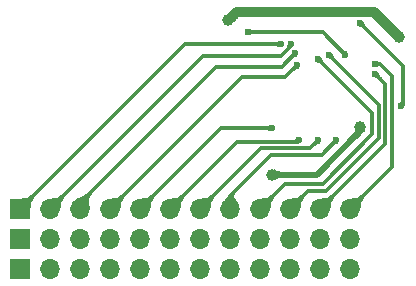
<source format=gbr>
%TF.GenerationSoftware,KiCad,Pcbnew,(6.0.5)*%
%TF.CreationDate,2023-02-03T09:53:40+08:00*%
%TF.ProjectId,Mini_Receiver,4d696e69-5f52-4656-9365-697665722e6b,rev?*%
%TF.SameCoordinates,Original*%
%TF.FileFunction,Copper,L2,Bot*%
%TF.FilePolarity,Positive*%
%FSLAX46Y46*%
G04 Gerber Fmt 4.6, Leading zero omitted, Abs format (unit mm)*
G04 Created by KiCad (PCBNEW (6.0.5)) date 2023-02-03 09:53:40*
%MOMM*%
%LPD*%
G01*
G04 APERTURE LIST*
%TA.AperFunction,ComponentPad*%
%ADD10R,1.700000X1.700000*%
%TD*%
%TA.AperFunction,ComponentPad*%
%ADD11O,1.700000X1.700000*%
%TD*%
%TA.AperFunction,ViaPad*%
%ADD12C,1.000000*%
%TD*%
%TA.AperFunction,ViaPad*%
%ADD13C,0.600000*%
%TD*%
%TA.AperFunction,Conductor*%
%ADD14C,0.500000*%
%TD*%
%TA.AperFunction,Conductor*%
%ADD15C,0.300000*%
%TD*%
%TA.AperFunction,Conductor*%
%ADD16C,0.850000*%
%TD*%
G04 APERTURE END LIST*
D10*
%TO.P,J3,1,Pin_1*%
%TO.N,GND*%
X95250000Y-119380000D03*
D11*
%TO.P,J3,2,Pin_2*%
X97790000Y-119380000D03*
%TO.P,J3,3,Pin_3*%
X100330000Y-119380000D03*
%TO.P,J3,4,Pin_4*%
X102870000Y-119380000D03*
%TO.P,J3,5,Pin_5*%
X105410000Y-119380000D03*
%TO.P,J3,6,Pin_6*%
X107950000Y-119380000D03*
%TO.P,J3,7,Pin_7*%
X110490000Y-119380000D03*
%TO.P,J3,8,Pin_8*%
X113030000Y-119380000D03*
%TO.P,J3,9,Pin_9*%
X115570000Y-119380000D03*
%TO.P,J3,10,Pin_10*%
X118110000Y-119380000D03*
%TO.P,J3,11,Pin_11*%
X120650000Y-119380000D03*
%TO.P,J3,12,Pin_12*%
X123190000Y-119380000D03*
%TD*%
D10*
%TO.P,J2,1,Pin_1*%
%TO.N,VCC*%
X95250000Y-116840000D03*
D11*
%TO.P,J2,2,Pin_2*%
X97790000Y-116840000D03*
%TO.P,J2,3,Pin_3*%
X100330000Y-116840000D03*
%TO.P,J2,4,Pin_4*%
X102870000Y-116840000D03*
%TO.P,J2,5,Pin_5*%
X105410000Y-116840000D03*
%TO.P,J2,6,Pin_6*%
X107950000Y-116840000D03*
%TO.P,J2,7,Pin_7*%
X110490000Y-116840000D03*
%TO.P,J2,8,Pin_8*%
X113030000Y-116840000D03*
%TO.P,J2,9,Pin_9*%
X115570000Y-116840000D03*
%TO.P,J2,10,Pin_10*%
X118110000Y-116840000D03*
%TO.P,J2,11,Pin_11*%
X120650000Y-116840000D03*
%TO.P,J2,12,Pin_12*%
X123190000Y-116840000D03*
%TD*%
D10*
%TO.P,J1,1,Pin_1*%
%TO.N,/PWM8*%
X95250000Y-114300000D03*
D11*
%TO.P,J1,2,Pin_2*%
%TO.N,/PWM7*%
X97790000Y-114300000D03*
%TO.P,J1,3,Pin_3*%
%TO.N,/PWM6*%
X100330000Y-114300000D03*
%TO.P,J1,4,Pin_4*%
%TO.N,/PWM5*%
X102870000Y-114300000D03*
%TO.P,J1,5,Pin_5*%
%TO.N,/PWM1*%
X105410000Y-114300000D03*
%TO.P,J1,6,Pin_6*%
%TO.N,/PWM2*%
X107950000Y-114300000D03*
%TO.P,J1,7,Pin_7*%
%TO.N,/PWM3*%
X110490000Y-114300000D03*
%TO.P,J1,8,Pin_8*%
%TO.N,/PWM4*%
X113030000Y-114300000D03*
%TO.P,J1,9,Pin_9*%
%TO.N,/CH10*%
X115570000Y-114300000D03*
%TO.P,J1,10,Pin_10*%
%TO.N,/CH11*%
X118110000Y-114300000D03*
%TO.P,J1,11,Pin_11*%
%TO.N,/RXD*%
X120650000Y-114300000D03*
%TO.P,J1,12,Pin_12*%
%TO.N,/TXD*%
X123190000Y-114300000D03*
%TD*%
D12*
%TO.N,GND*%
X127381000Y-99695000D03*
X112903000Y-98298000D03*
D13*
%TO.N,+3V3*%
X127508000Y-105537000D03*
X124079000Y-98552000D03*
%TO.N,/IRQ*%
X114554000Y-99314000D03*
X122809000Y-101219000D03*
%TO.N,/CH11*%
X121412000Y-101219000D03*
%TO.N,/CH10*%
X120523000Y-101600000D03*
%TO.N,/PWM4*%
X122047000Y-108458000D03*
%TO.N,/PWM3*%
X120523000Y-108458000D03*
%TO.N,/PWM2*%
X118872000Y-108458000D03*
%TO.N,/PWM1*%
X116586000Y-107442000D03*
%TO.N,/PWM5*%
X118745000Y-102108000D03*
%TO.N,/PWM6*%
X118569297Y-101093822D03*
%TO.N,/PWM7*%
X118197503Y-100330000D03*
%TO.N,/PWM8*%
X117348000Y-100330000D03*
%TO.N,/TXD*%
X125349000Y-102001997D03*
%TO.N,/RXD*%
X125349000Y-102851500D03*
D12*
%TO.N,+3V3*%
X124079000Y-107315000D03*
X116586000Y-111379000D03*
%TD*%
D14*
%TO.N,+3V3*%
X124079000Y-107696000D02*
X120396000Y-111379000D01*
X120396000Y-111379000D02*
X116586000Y-111379000D01*
X124079000Y-107315000D02*
X124079000Y-107696000D01*
D15*
%TO.N,/PWM4*%
X113030000Y-113157000D02*
X113030000Y-114300000D01*
X118331643Y-109684040D02*
X116502960Y-109684040D01*
X120797969Y-109707031D02*
X118354634Y-109707031D01*
X118354634Y-109707031D02*
X118331643Y-109684040D01*
X116502960Y-109684040D02*
X113030000Y-113157000D01*
X122047000Y-108458000D02*
X120797969Y-109707031D01*
%TO.N,/PWM3*%
X115655480Y-109134520D02*
X110490000Y-114300000D01*
X118559261Y-109134520D02*
X115655480Y-109134520D01*
X118582252Y-109157511D02*
X118559261Y-109134520D01*
X120523000Y-108458000D02*
X119823489Y-109157511D01*
X119823489Y-109157511D02*
X118582252Y-109157511D01*
%TO.N,/PWM2*%
X113665000Y-108585000D02*
X107950000Y-114300000D01*
X118872000Y-108458000D02*
X118745000Y-108585000D01*
X118745000Y-108585000D02*
X113665000Y-108585000D01*
D16*
%TO.N,GND*%
X113623511Y-97577489D02*
X112903000Y-98298000D01*
X125263489Y-97577489D02*
X113623511Y-97577489D01*
X127381000Y-99695000D02*
X125263489Y-97577489D01*
D15*
%TO.N,+3V3*%
X127699500Y-102172500D02*
X124079000Y-98552000D01*
X127699500Y-105345500D02*
X127699500Y-102172500D01*
X127508000Y-105537000D02*
X127699500Y-105345500D01*
%TO.N,/TXD*%
X126743560Y-102994560D02*
X126743560Y-110746440D01*
X126743560Y-110746440D02*
X123190000Y-114300000D01*
X125349000Y-102001997D02*
X125750997Y-102001997D01*
X125750997Y-102001997D02*
X126743560Y-102994560D01*
%TO.N,/RXD*%
X126194040Y-108755960D02*
X120650000Y-114300000D01*
X126194040Y-103696540D02*
X126194040Y-108755960D01*
X125349000Y-102851500D02*
X126194040Y-103696540D01*
%TO.N,/CH11*%
X121412000Y-101219000D02*
X125644520Y-105451520D01*
X125644520Y-105451520D02*
X125644520Y-108289480D01*
X125644520Y-108289480D02*
X121158000Y-112776000D01*
X121158000Y-112776000D02*
X119634000Y-112776000D01*
X119634000Y-112776000D02*
X118110000Y-114300000D01*
%TO.N,/CH10*%
X120904000Y-112141000D02*
X117729000Y-112141000D01*
X125095000Y-106172000D02*
X125095000Y-107950000D01*
X125095000Y-107950000D02*
X120904000Y-112141000D01*
X120523000Y-101600000D02*
X125095000Y-106172000D01*
X117729000Y-112141000D02*
X115570000Y-114300000D01*
%TO.N,/IRQ*%
X114554000Y-99314000D02*
X120904000Y-99314000D01*
X120904000Y-99314000D02*
X122809000Y-101219000D01*
%TO.N,/PWM1*%
X112268000Y-107442000D02*
X105410000Y-114300000D01*
X116586000Y-107442000D02*
X112268000Y-107442000D01*
%TO.N,/PWM5*%
X114046000Y-103124000D02*
X102870000Y-114300000D01*
X117729000Y-103124000D02*
X114046000Y-103124000D01*
X118745000Y-102108000D02*
X117729000Y-103124000D01*
%TO.N,/PWM6*%
X100330000Y-113792000D02*
X100330000Y-114300000D01*
X111887000Y-102235000D02*
X100330000Y-113792000D01*
X117428119Y-102235000D02*
X111887000Y-102235000D01*
X118569297Y-101093822D02*
X117428119Y-102235000D01*
%TO.N,/PWM7*%
X110744000Y-101346000D02*
X97790000Y-114300000D01*
X117321259Y-101346000D02*
X110744000Y-101346000D01*
X118197503Y-100469756D02*
X117321259Y-101346000D01*
X118197503Y-100330000D02*
X118197503Y-100469756D01*
%TO.N,/PWM8*%
X109220000Y-100330000D02*
X95250000Y-114300000D01*
X117348000Y-100330000D02*
X109220000Y-100330000D01*
%TD*%
%TA.AperFunction,Conductor*%
%TO.N,+3V3*%
G36*
X124139983Y-107081893D02*
G01*
X124140666Y-107083083D01*
X124374602Y-107552313D01*
X124428816Y-107661057D01*
X124429440Y-107669990D01*
X124426661Y-107674507D01*
X124359517Y-107742357D01*
X124336920Y-107765699D01*
X124296218Y-107807742D01*
X124296194Y-107807767D01*
X124239728Y-107867305D01*
X124187121Y-107923645D01*
X124135481Y-107979347D01*
X124135470Y-107979359D01*
X124081890Y-108036997D01*
X124081846Y-108037045D01*
X124023323Y-108099301D01*
X123956973Y-108168725D01*
X123879870Y-108247914D01*
X123797360Y-108331124D01*
X123789101Y-108334586D01*
X123780779Y-108331159D01*
X123443540Y-107993920D01*
X123440113Y-107985647D01*
X123443274Y-107977649D01*
X123470862Y-107948194D01*
X123491166Y-107926515D01*
X123493450Y-107923645D01*
X123535363Y-107870957D01*
X123535366Y-107870953D01*
X123535552Y-107870719D01*
X123537734Y-107867305D01*
X123569376Y-107817778D01*
X123569378Y-107817774D01*
X123569575Y-107817466D01*
X123594117Y-107765699D01*
X123610060Y-107714358D01*
X123618289Y-107662385D01*
X123619685Y-107608723D01*
X123615131Y-107552313D01*
X123605512Y-107492095D01*
X123605483Y-107491958D01*
X123593370Y-107434843D01*
X123595005Y-107426039D01*
X123598404Y-107422629D01*
X123692037Y-107361301D01*
X124123786Y-107078517D01*
X124132584Y-107076850D01*
X124139983Y-107081893D01*
G37*
%TD.AperFunction*%
%TD*%
%TA.AperFunction,Conductor*%
%TO.N,+3V3*%
G36*
X116811293Y-110932591D02*
G01*
X116884563Y-110968390D01*
X116956207Y-111003197D01*
X117021958Y-111033523D01*
X117084895Y-111059471D01*
X117085071Y-111059531D01*
X117085078Y-111059534D01*
X117147885Y-111081071D01*
X117148101Y-111081145D01*
X117214656Y-111098647D01*
X117214869Y-111098686D01*
X117214877Y-111098688D01*
X117287451Y-111112046D01*
X117287455Y-111112047D01*
X117287642Y-111112081D01*
X117370141Y-111121549D01*
X117407393Y-111123745D01*
X117465123Y-111127148D01*
X117465143Y-111127149D01*
X117465233Y-111127154D01*
X117564496Y-111128808D01*
X117572710Y-111132372D01*
X117576000Y-111140506D01*
X117576000Y-111617494D01*
X117572573Y-111625767D01*
X117564496Y-111629192D01*
X117465233Y-111630845D01*
X117465143Y-111630850D01*
X117465123Y-111630851D01*
X117407393Y-111634254D01*
X117370141Y-111636450D01*
X117287642Y-111645918D01*
X117287455Y-111645952D01*
X117287451Y-111645953D01*
X117214877Y-111659311D01*
X117214869Y-111659313D01*
X117214656Y-111659352D01*
X117148101Y-111676854D01*
X117147887Y-111676927D01*
X117147885Y-111676928D01*
X117085078Y-111698465D01*
X117085071Y-111698468D01*
X117084895Y-111698528D01*
X117021958Y-111724476D01*
X116956207Y-111754802D01*
X116884563Y-111789609D01*
X116811293Y-111825409D01*
X116802357Y-111825962D01*
X116798048Y-111823330D01*
X116613598Y-111645953D01*
X116344769Y-111387433D01*
X116341181Y-111379229D01*
X116344769Y-111370567D01*
X116596169Y-111128808D01*
X116798048Y-110934670D01*
X116806387Y-110931405D01*
X116811293Y-110932591D01*
G37*
%TD.AperFunction*%
%TD*%
%TA.AperFunction,Conductor*%
%TO.N,/PWM4*%
G36*
X113326199Y-112665483D02*
G01*
X113522415Y-112861699D01*
X113525842Y-112869972D01*
X113523176Y-112877406D01*
X113437799Y-112981125D01*
X113389022Y-113086376D01*
X113377223Y-113186968D01*
X113396033Y-113284912D01*
X113439083Y-113382217D01*
X113500003Y-113480893D01*
X113500102Y-113481033D01*
X113500103Y-113481034D01*
X113572415Y-113582937D01*
X113572424Y-113582949D01*
X113649840Y-113690206D01*
X113650089Y-113690564D01*
X113682650Y-113739566D01*
X113726026Y-113804842D01*
X113726520Y-113805655D01*
X113790824Y-113921942D01*
X113791828Y-113930840D01*
X113789018Y-113935714D01*
X113040715Y-114713858D01*
X113032511Y-114717446D01*
X113024172Y-114714181D01*
X113022187Y-114711662D01*
X112564792Y-113930840D01*
X112433442Y-113706611D01*
X112432217Y-113697741D01*
X112435114Y-113692577D01*
X112544062Y-113579574D01*
X112544145Y-113579488D01*
X112582740Y-113536124D01*
X112638217Y-113473791D01*
X112638231Y-113473774D01*
X112638268Y-113473733D01*
X112717035Y-113377825D01*
X112786153Y-113287892D01*
X112788365Y-113284912D01*
X112851304Y-113200097D01*
X112851327Y-113200066D01*
X112861780Y-113186076D01*
X112918219Y-113110539D01*
X112918327Y-113110398D01*
X112992556Y-113015403D01*
X112992797Y-113015105D01*
X113080124Y-112910687D01*
X113080409Y-112910359D01*
X113186591Y-112792576D01*
X113186876Y-112792271D01*
X113309521Y-112665617D01*
X113317738Y-112662058D01*
X113326199Y-112665483D01*
G37*
%TD.AperFunction*%
%TD*%
%TA.AperFunction,Conductor*%
%TO.N,/PWM4*%
G36*
X122149240Y-108355437D02*
G01*
X122152828Y-108364099D01*
X122145612Y-108733202D01*
X122142024Y-108741406D01*
X122137710Y-108744040D01*
X122094933Y-108758711D01*
X122050097Y-108774147D01*
X122009700Y-108788924D01*
X122009686Y-108788930D01*
X122009608Y-108788958D01*
X121972133Y-108804406D01*
X121936338Y-108821756D01*
X121936155Y-108821862D01*
X121936151Y-108821864D01*
X121901087Y-108842156D01*
X121901079Y-108842161D01*
X121900889Y-108842271D01*
X121900714Y-108842391D01*
X121900701Y-108842399D01*
X121878385Y-108857677D01*
X121864452Y-108867215D01*
X121825693Y-108897851D01*
X121783278Y-108935444D01*
X121744144Y-108973265D01*
X121735815Y-108976550D01*
X121727741Y-108973125D01*
X121531875Y-108777259D01*
X121528448Y-108768986D01*
X121531735Y-108760855D01*
X121533807Y-108758711D01*
X121569555Y-108721721D01*
X121607148Y-108679306D01*
X121637784Y-108640547D01*
X121647322Y-108626614D01*
X121662600Y-108604298D01*
X121662608Y-108604285D01*
X121662728Y-108604110D01*
X121683243Y-108568661D01*
X121700593Y-108532866D01*
X121716041Y-108495391D01*
X121730852Y-108454902D01*
X121746288Y-108410066D01*
X121760960Y-108367290D01*
X121766886Y-108360576D01*
X121771798Y-108359388D01*
X121806732Y-108358705D01*
X122140901Y-108352172D01*
X122149240Y-108355437D01*
G37*
%TD.AperFunction*%
%TD*%
%TA.AperFunction,Conductor*%
%TO.N,/PWM3*%
G36*
X111586821Y-113006803D02*
G01*
X111783197Y-113203179D01*
X111786624Y-113211452D01*
X111783591Y-113219310D01*
X111657722Y-113358118D01*
X111561772Y-113492968D01*
X111496159Y-113619330D01*
X111453820Y-113740926D01*
X111427689Y-113861482D01*
X111410704Y-113984718D01*
X111410689Y-113984850D01*
X111395817Y-114114199D01*
X111395777Y-114114511D01*
X111375963Y-114253758D01*
X111375835Y-114254491D01*
X111344074Y-114407266D01*
X111343831Y-114408228D01*
X111295366Y-114570761D01*
X111289718Y-114577710D01*
X111284383Y-114579116D01*
X111120285Y-114582324D01*
X110201645Y-114600282D01*
X110193306Y-114597017D01*
X110189718Y-114588355D01*
X110210884Y-113505617D01*
X110214472Y-113497413D01*
X110219238Y-113494635D01*
X110381770Y-113446168D01*
X110382733Y-113445925D01*
X110535508Y-113414164D01*
X110536241Y-113414036D01*
X110675488Y-113394222D01*
X110675800Y-113394182D01*
X110771961Y-113383126D01*
X110805281Y-113379295D01*
X110928517Y-113362310D01*
X110983844Y-113350318D01*
X111048720Y-113336256D01*
X111048728Y-113336254D01*
X111049073Y-113336179D01*
X111049407Y-113336063D01*
X111049413Y-113336061D01*
X111170264Y-113293981D01*
X111170669Y-113293840D01*
X111297031Y-113228227D01*
X111431881Y-113132277D01*
X111570690Y-113006409D01*
X111579119Y-113003390D01*
X111586821Y-113006803D01*
G37*
%TD.AperFunction*%
%TD*%
%TA.AperFunction,Conductor*%
%TO.N,/PWM3*%
G36*
X120625240Y-108355437D02*
G01*
X120628828Y-108364099D01*
X120621612Y-108733202D01*
X120618024Y-108741406D01*
X120613710Y-108744040D01*
X120570933Y-108758711D01*
X120526097Y-108774147D01*
X120485700Y-108788924D01*
X120485686Y-108788930D01*
X120485608Y-108788958D01*
X120448133Y-108804406D01*
X120412338Y-108821756D01*
X120412155Y-108821862D01*
X120412151Y-108821864D01*
X120377087Y-108842156D01*
X120377079Y-108842161D01*
X120376889Y-108842271D01*
X120376714Y-108842391D01*
X120376701Y-108842399D01*
X120354385Y-108857677D01*
X120340452Y-108867215D01*
X120301693Y-108897851D01*
X120259278Y-108935444D01*
X120220144Y-108973265D01*
X120211815Y-108976550D01*
X120203741Y-108973125D01*
X120007875Y-108777259D01*
X120004448Y-108768986D01*
X120007735Y-108760855D01*
X120009807Y-108758711D01*
X120045555Y-108721721D01*
X120083148Y-108679306D01*
X120113784Y-108640547D01*
X120123322Y-108626614D01*
X120138600Y-108604298D01*
X120138608Y-108604285D01*
X120138728Y-108604110D01*
X120159243Y-108568661D01*
X120176593Y-108532866D01*
X120192041Y-108495391D01*
X120206852Y-108454902D01*
X120222288Y-108410066D01*
X120236960Y-108367290D01*
X120242886Y-108360576D01*
X120247798Y-108359388D01*
X120282732Y-108358705D01*
X120616901Y-108352172D01*
X120625240Y-108355437D01*
G37*
%TD.AperFunction*%
%TD*%
%TA.AperFunction,Conductor*%
%TO.N,/PWM2*%
G36*
X109046821Y-113006803D02*
G01*
X109243197Y-113203179D01*
X109246624Y-113211452D01*
X109243591Y-113219310D01*
X109117722Y-113358118D01*
X109021772Y-113492968D01*
X108956159Y-113619330D01*
X108913820Y-113740926D01*
X108887689Y-113861482D01*
X108870704Y-113984718D01*
X108870689Y-113984850D01*
X108855817Y-114114199D01*
X108855777Y-114114511D01*
X108835963Y-114253758D01*
X108835835Y-114254491D01*
X108804074Y-114407266D01*
X108803831Y-114408228D01*
X108755366Y-114570761D01*
X108749718Y-114577710D01*
X108744383Y-114579116D01*
X108580285Y-114582324D01*
X107661645Y-114600282D01*
X107653306Y-114597017D01*
X107649718Y-114588355D01*
X107670884Y-113505617D01*
X107674472Y-113497413D01*
X107679238Y-113494635D01*
X107841770Y-113446168D01*
X107842733Y-113445925D01*
X107995508Y-113414164D01*
X107996241Y-113414036D01*
X108135488Y-113394222D01*
X108135800Y-113394182D01*
X108231961Y-113383126D01*
X108265281Y-113379295D01*
X108388517Y-113362310D01*
X108443844Y-113350318D01*
X108508720Y-113336256D01*
X108508728Y-113336254D01*
X108509073Y-113336179D01*
X108509407Y-113336063D01*
X108509413Y-113336061D01*
X108630264Y-113293981D01*
X108630669Y-113293840D01*
X108757031Y-113228227D01*
X108891881Y-113132277D01*
X109030690Y-113006409D01*
X109039119Y-113003390D01*
X109046821Y-113006803D01*
G37*
%TD.AperFunction*%
%TD*%
%TA.AperFunction,Conductor*%
%TO.N,/PWM2*%
G36*
X118648209Y-108269722D02*
G01*
X118820567Y-108329910D01*
X118996864Y-108391474D01*
X119003545Y-108397437D01*
X119003894Y-108406806D01*
X118868940Y-108749598D01*
X118862721Y-108756040D01*
X118858054Y-108757011D01*
X118833475Y-108757011D01*
X118833142Y-108757006D01*
X118801988Y-108756119D01*
X118801824Y-108756113D01*
X118746054Y-108753693D01*
X118745937Y-108753687D01*
X118734677Y-108753052D01*
X118695703Y-108750852D01*
X118695604Y-108750846D01*
X118693051Y-108750680D01*
X118689793Y-108750468D01*
X118686287Y-108749504D01*
X118686263Y-108749577D01*
X118685385Y-108749292D01*
X118684565Y-108748874D01*
X118653954Y-108744026D01*
X118652168Y-108743597D01*
X118623572Y-108734305D01*
X118623570Y-108734305D01*
X118622694Y-108734020D01*
X118306700Y-108734020D01*
X118298427Y-108730593D01*
X118295000Y-108722320D01*
X118295000Y-108446377D01*
X118298427Y-108438104D01*
X118306373Y-108434682D01*
X118308939Y-108434610D01*
X118348517Y-108433504D01*
X118348526Y-108433503D01*
X118348721Y-108433498D01*
X118348911Y-108433479D01*
X118348916Y-108433479D01*
X118372097Y-108431199D01*
X118395327Y-108428915D01*
X118395574Y-108428868D01*
X118395585Y-108428866D01*
X118421280Y-108423935D01*
X118435888Y-108421132D01*
X118471477Y-108410029D01*
X118503165Y-108395489D01*
X118532024Y-108377392D01*
X118559125Y-108355620D01*
X118565275Y-108349667D01*
X118585398Y-108330193D01*
X118585407Y-108330183D01*
X118585541Y-108330054D01*
X118612344Y-108300575D01*
X118635410Y-108273225D01*
X118643363Y-108269110D01*
X118648209Y-108269722D01*
G37*
%TD.AperFunction*%
%TD*%
%TA.AperFunction,Conductor*%
%TO.N,GND*%
G36*
X113310848Y-97305778D02*
G01*
X113895221Y-97890151D01*
X113898648Y-97898424D01*
X113895161Y-97906757D01*
X113823609Y-97977278D01*
X113823513Y-97977372D01*
X113747800Y-98050297D01*
X113747749Y-98050345D01*
X113676999Y-98117677D01*
X113611798Y-98179829D01*
X113552860Y-98237095D01*
X113552813Y-98237142D01*
X113510509Y-98280023D01*
X113500848Y-98289816D01*
X113500783Y-98289888D01*
X113500762Y-98289909D01*
X113456543Y-98338204D01*
X113456424Y-98338334D01*
X113439771Y-98358893D01*
X113420431Y-98382768D01*
X113420425Y-98382776D01*
X113420251Y-98382991D01*
X113392991Y-98424128D01*
X113392811Y-98424515D01*
X113378389Y-98455473D01*
X113371789Y-98461525D01*
X113368014Y-98462230D01*
X112948581Y-98470429D01*
X112738389Y-98474538D01*
X112730050Y-98471273D01*
X112726462Y-98462611D01*
X112735948Y-97977346D01*
X112738770Y-97832986D01*
X112742358Y-97824783D01*
X112745524Y-97822612D01*
X112776871Y-97808008D01*
X112818008Y-97780748D01*
X112818223Y-97780574D01*
X112818231Y-97780568D01*
X112842106Y-97761228D01*
X112862665Y-97744575D01*
X112862795Y-97744456D01*
X112911090Y-97700237D01*
X112911111Y-97700216D01*
X112911183Y-97700151D01*
X112920976Y-97690490D01*
X112963857Y-97648186D01*
X112963904Y-97648139D01*
X113021170Y-97589201D01*
X113083322Y-97524000D01*
X113150654Y-97453250D01*
X113150702Y-97453199D01*
X113223626Y-97377487D01*
X113223720Y-97377391D01*
X113294243Y-97305837D01*
X113302490Y-97302351D01*
X113310848Y-97305778D01*
G37*
%TD.AperFunction*%
%TD*%
%TA.AperFunction,Conductor*%
%TO.N,GND*%
G36*
X126989756Y-98702837D02*
G01*
X127024341Y-98737927D01*
X127060278Y-98774391D01*
X127060372Y-98774487D01*
X127133297Y-98850199D01*
X127133345Y-98850250D01*
X127200677Y-98921000D01*
X127262829Y-98986201D01*
X127320095Y-99045139D01*
X127320142Y-99045186D01*
X127363023Y-99087490D01*
X127372816Y-99097151D01*
X127372888Y-99097216D01*
X127372909Y-99097237D01*
X127421204Y-99141456D01*
X127421334Y-99141575D01*
X127441893Y-99158228D01*
X127465768Y-99177568D01*
X127465776Y-99177574D01*
X127465991Y-99177748D01*
X127507128Y-99205008D01*
X127523567Y-99212666D01*
X127538473Y-99219611D01*
X127544525Y-99226211D01*
X127545230Y-99229986D01*
X127548052Y-99374346D01*
X127557538Y-99859611D01*
X127554273Y-99867950D01*
X127545611Y-99871538D01*
X127335419Y-99867429D01*
X126915987Y-99859230D01*
X126907784Y-99855642D01*
X126905611Y-99852473D01*
X126891188Y-99821515D01*
X126891008Y-99821128D01*
X126863748Y-99779991D01*
X126863574Y-99779776D01*
X126863568Y-99779768D01*
X126844228Y-99755893D01*
X126827575Y-99735334D01*
X126827456Y-99735204D01*
X126783237Y-99686909D01*
X126783216Y-99686888D01*
X126783151Y-99686816D01*
X126773490Y-99677023D01*
X126731186Y-99634142D01*
X126731139Y-99634095D01*
X126672201Y-99576829D01*
X126607000Y-99514677D01*
X126536250Y-99447345D01*
X126536199Y-99447297D01*
X126460487Y-99374372D01*
X126460391Y-99374278D01*
X126423927Y-99338341D01*
X126388837Y-99303756D01*
X126385351Y-99295510D01*
X126388778Y-99287152D01*
X126973152Y-98702778D01*
X126981425Y-98699351D01*
X126989756Y-98702837D01*
G37*
%TD.AperFunction*%
%TD*%
%TA.AperFunction,Conductor*%
%TO.N,+3V3*%
G36*
X124319268Y-98452705D02*
G01*
X124354202Y-98453388D01*
X124362406Y-98456976D01*
X124365040Y-98461290D01*
X124379711Y-98504066D01*
X124395147Y-98548902D01*
X124409958Y-98589391D01*
X124425406Y-98626866D01*
X124442756Y-98662661D01*
X124463271Y-98698110D01*
X124463391Y-98698285D01*
X124463399Y-98698298D01*
X124478677Y-98720614D01*
X124488215Y-98734547D01*
X124518851Y-98773306D01*
X124556444Y-98815721D01*
X124556541Y-98815821D01*
X124594265Y-98854855D01*
X124597550Y-98863186D01*
X124594125Y-98871259D01*
X124398259Y-99067125D01*
X124389986Y-99070552D01*
X124381855Y-99067265D01*
X124381711Y-99067125D01*
X124342721Y-99029444D01*
X124300306Y-98991851D01*
X124261547Y-98961215D01*
X124247614Y-98951677D01*
X124225298Y-98936399D01*
X124225285Y-98936391D01*
X124225110Y-98936271D01*
X124224920Y-98936161D01*
X124224912Y-98936156D01*
X124189848Y-98915864D01*
X124189844Y-98915862D01*
X124189661Y-98915756D01*
X124153866Y-98898406D01*
X124116391Y-98882958D01*
X124116313Y-98882930D01*
X124116299Y-98882924D01*
X124075902Y-98868147D01*
X124031066Y-98852711D01*
X123988290Y-98838040D01*
X123981576Y-98832115D01*
X123980388Y-98827202D01*
X123973172Y-98458099D01*
X123976437Y-98449760D01*
X123985099Y-98446172D01*
X124319268Y-98452705D01*
G37*
%TD.AperFunction*%
%TD*%
%TA.AperFunction,Conductor*%
%TO.N,+3V3*%
G36*
X127845887Y-105008927D02*
G01*
X127849313Y-105017384D01*
X127848816Y-105048995D01*
X127848340Y-105079225D01*
X127848327Y-105079606D01*
X127846900Y-105108216D01*
X127845193Y-105142455D01*
X127845166Y-105142859D01*
X127844679Y-105148612D01*
X127840755Y-105194960D01*
X127840550Y-105197377D01*
X127840515Y-105197723D01*
X127836524Y-105232219D01*
X127834907Y-105246192D01*
X127834882Y-105246390D01*
X127828749Y-105291242D01*
X127822607Y-105334558D01*
X127816963Y-105378533D01*
X127812315Y-105425427D01*
X127809161Y-105477496D01*
X127809159Y-105477613D01*
X127808167Y-105528407D01*
X127804579Y-105536612D01*
X127799750Y-105539410D01*
X127453472Y-105640578D01*
X127426260Y-105648528D01*
X127417358Y-105647558D01*
X127411748Y-105640578D01*
X127411312Y-105638171D01*
X127383900Y-105272058D01*
X127386699Y-105263552D01*
X127390442Y-105260666D01*
X127414967Y-105248714D01*
X127414971Y-105248712D01*
X127415139Y-105248630D01*
X127443540Y-105232373D01*
X127468529Y-105214787D01*
X127490125Y-105195290D01*
X127508346Y-105173298D01*
X127523212Y-105148227D01*
X127534741Y-105119495D01*
X127542953Y-105086519D01*
X127547866Y-105048715D01*
X127549074Y-105016757D01*
X127552811Y-105008620D01*
X127560766Y-105005500D01*
X127837614Y-105005500D01*
X127845887Y-105008927D01*
G37*
%TD.AperFunction*%
%TD*%
%TA.AperFunction,Conductor*%
%TO.N,/TXD*%
G36*
X124286821Y-113006803D02*
G01*
X124483197Y-113203179D01*
X124486624Y-113211452D01*
X124483591Y-113219310D01*
X124357722Y-113358118D01*
X124261772Y-113492968D01*
X124196159Y-113619330D01*
X124153820Y-113740926D01*
X124127689Y-113861482D01*
X124110704Y-113984718D01*
X124110689Y-113984850D01*
X124095817Y-114114199D01*
X124095777Y-114114511D01*
X124075963Y-114253758D01*
X124075835Y-114254491D01*
X124044074Y-114407266D01*
X124043831Y-114408228D01*
X123995366Y-114570761D01*
X123989718Y-114577710D01*
X123984383Y-114579116D01*
X123820285Y-114582324D01*
X122901645Y-114600282D01*
X122893306Y-114597017D01*
X122889718Y-114588355D01*
X122910884Y-113505617D01*
X122914472Y-113497413D01*
X122919238Y-113494635D01*
X123081770Y-113446168D01*
X123082733Y-113445925D01*
X123235508Y-113414164D01*
X123236241Y-113414036D01*
X123375488Y-113394222D01*
X123375800Y-113394182D01*
X123471961Y-113383126D01*
X123505281Y-113379295D01*
X123628517Y-113362310D01*
X123683844Y-113350318D01*
X123748720Y-113336256D01*
X123748728Y-113336254D01*
X123749073Y-113336179D01*
X123749407Y-113336063D01*
X123749413Y-113336061D01*
X123870264Y-113293981D01*
X123870669Y-113293840D01*
X123997031Y-113228227D01*
X124131881Y-113132277D01*
X124270690Y-113006409D01*
X124279119Y-113003390D01*
X124286821Y-113006803D01*
G37*
%TD.AperFunction*%
%TD*%
%TA.AperFunction,Conductor*%
%TO.N,/TXD*%
G36*
X125567476Y-101795402D02*
G01*
X125602966Y-101826382D01*
X125643849Y-101852836D01*
X125684285Y-101872007D01*
X125724777Y-101886677D01*
X125765764Y-101899608D01*
X125765864Y-101899640D01*
X125796124Y-101909709D01*
X125807576Y-101913519D01*
X125808309Y-101913791D01*
X125851067Y-101931271D01*
X125852131Y-101931771D01*
X125896743Y-101955645D01*
X125897940Y-101956382D01*
X125945111Y-101989465D01*
X125946203Y-101990333D01*
X125987873Y-102027693D01*
X125991746Y-102035766D01*
X125988336Y-102044676D01*
X125792567Y-102240445D01*
X125784294Y-102243872D01*
X125776719Y-102241089D01*
X125773872Y-102238670D01*
X125753071Y-102221001D01*
X125722222Y-102203877D01*
X125721566Y-102203693D01*
X125721564Y-102203692D01*
X125692796Y-102195613D01*
X125692794Y-102195613D01*
X125692122Y-102195424D01*
X125691426Y-102195399D01*
X125691425Y-102195399D01*
X125663100Y-102194389D01*
X125663097Y-102194389D01*
X125662502Y-102194368D01*
X125661910Y-102194470D01*
X125633537Y-102199358D01*
X125633531Y-102199360D01*
X125633093Y-102199435D01*
X125603624Y-102209349D01*
X125603358Y-102209469D01*
X125603359Y-102209469D01*
X125578499Y-102220722D01*
X125573826Y-102222837D01*
X125573716Y-102222894D01*
X125573708Y-102222898D01*
X125555952Y-102232121D01*
X125543431Y-102238624D01*
X125512217Y-102255408D01*
X125512106Y-102255466D01*
X125492141Y-102265672D01*
X125487190Y-102268202D01*
X125478264Y-102268916D01*
X125473756Y-102266218D01*
X125210142Y-102012712D01*
X125206554Y-102004508D01*
X125209819Y-101996169D01*
X125212338Y-101994184D01*
X125553867Y-101794121D01*
X125562738Y-101792896D01*
X125567476Y-101795402D01*
G37*
%TD.AperFunction*%
%TD*%
%TA.AperFunction,Conductor*%
%TO.N,/RXD*%
G36*
X121746821Y-113006803D02*
G01*
X121943197Y-113203179D01*
X121946624Y-113211452D01*
X121943591Y-113219310D01*
X121817722Y-113358118D01*
X121721772Y-113492968D01*
X121656159Y-113619330D01*
X121613820Y-113740926D01*
X121587689Y-113861482D01*
X121570704Y-113984718D01*
X121570689Y-113984850D01*
X121555817Y-114114199D01*
X121555777Y-114114511D01*
X121535963Y-114253758D01*
X121535835Y-114254491D01*
X121504074Y-114407266D01*
X121503831Y-114408228D01*
X121455366Y-114570761D01*
X121449718Y-114577710D01*
X121444383Y-114579116D01*
X121280285Y-114582324D01*
X120361645Y-114600282D01*
X120353306Y-114597017D01*
X120349718Y-114588355D01*
X120370884Y-113505617D01*
X120374472Y-113497413D01*
X120379238Y-113494635D01*
X120541770Y-113446168D01*
X120542733Y-113445925D01*
X120695508Y-113414164D01*
X120696241Y-113414036D01*
X120835488Y-113394222D01*
X120835800Y-113394182D01*
X120931961Y-113383126D01*
X120965281Y-113379295D01*
X121088517Y-113362310D01*
X121143844Y-113350318D01*
X121208720Y-113336256D01*
X121208728Y-113336254D01*
X121209073Y-113336179D01*
X121209407Y-113336063D01*
X121209413Y-113336061D01*
X121330264Y-113293981D01*
X121330669Y-113293840D01*
X121457031Y-113228227D01*
X121591881Y-113132277D01*
X121730690Y-113006409D01*
X121739119Y-113003390D01*
X121746821Y-113006803D01*
G37*
%TD.AperFunction*%
%TD*%
%TA.AperFunction,Conductor*%
%TO.N,/RXD*%
G36*
X125589268Y-102752205D02*
G01*
X125624202Y-102752888D01*
X125632406Y-102756476D01*
X125635040Y-102760790D01*
X125649711Y-102803566D01*
X125665147Y-102848402D01*
X125679958Y-102888891D01*
X125695406Y-102926366D01*
X125712756Y-102962161D01*
X125733271Y-102997610D01*
X125733391Y-102997785D01*
X125733399Y-102997798D01*
X125748677Y-103020114D01*
X125758215Y-103034047D01*
X125788851Y-103072806D01*
X125826444Y-103115221D01*
X125826541Y-103115321D01*
X125864265Y-103154355D01*
X125867550Y-103162686D01*
X125864125Y-103170759D01*
X125668259Y-103366625D01*
X125659986Y-103370052D01*
X125651855Y-103366765D01*
X125651711Y-103366625D01*
X125612721Y-103328944D01*
X125570306Y-103291351D01*
X125531547Y-103260715D01*
X125517614Y-103251177D01*
X125495298Y-103235899D01*
X125495285Y-103235891D01*
X125495110Y-103235771D01*
X125494920Y-103235661D01*
X125494912Y-103235656D01*
X125459848Y-103215364D01*
X125459844Y-103215362D01*
X125459661Y-103215256D01*
X125423866Y-103197906D01*
X125386391Y-103182458D01*
X125386313Y-103182430D01*
X125386299Y-103182424D01*
X125345902Y-103167647D01*
X125301066Y-103152211D01*
X125258290Y-103137540D01*
X125251576Y-103131615D01*
X125250388Y-103126702D01*
X125243172Y-102757599D01*
X125246437Y-102749260D01*
X125255099Y-102745672D01*
X125589268Y-102752205D01*
G37*
%TD.AperFunction*%
%TD*%
%TA.AperFunction,Conductor*%
%TO.N,/CH11*%
G36*
X121652268Y-101119705D02*
G01*
X121687202Y-101120388D01*
X121695406Y-101123976D01*
X121698040Y-101128290D01*
X121712711Y-101171066D01*
X121728147Y-101215902D01*
X121742958Y-101256391D01*
X121758406Y-101293866D01*
X121775756Y-101329661D01*
X121796271Y-101365110D01*
X121796391Y-101365285D01*
X121796399Y-101365298D01*
X121811677Y-101387614D01*
X121821215Y-101401547D01*
X121851851Y-101440306D01*
X121889444Y-101482721D01*
X121889541Y-101482821D01*
X121927265Y-101521855D01*
X121930550Y-101530186D01*
X121927125Y-101538259D01*
X121731259Y-101734125D01*
X121722986Y-101737552D01*
X121714855Y-101734265D01*
X121714711Y-101734125D01*
X121675721Y-101696444D01*
X121633306Y-101658851D01*
X121594547Y-101628215D01*
X121580614Y-101618677D01*
X121558298Y-101603399D01*
X121558285Y-101603391D01*
X121558110Y-101603271D01*
X121557920Y-101603161D01*
X121557912Y-101603156D01*
X121522848Y-101582864D01*
X121522844Y-101582862D01*
X121522661Y-101582756D01*
X121486866Y-101565406D01*
X121449391Y-101549958D01*
X121449313Y-101549930D01*
X121449299Y-101549924D01*
X121408902Y-101535147D01*
X121364066Y-101519711D01*
X121321290Y-101505040D01*
X121314576Y-101499115D01*
X121313388Y-101494202D01*
X121306172Y-101125099D01*
X121309437Y-101116760D01*
X121318099Y-101113172D01*
X121652268Y-101119705D01*
G37*
%TD.AperFunction*%
%TD*%
%TA.AperFunction,Conductor*%
%TO.N,/CH11*%
G36*
X119206821Y-113006803D02*
G01*
X119403197Y-113203179D01*
X119406624Y-113211452D01*
X119403591Y-113219310D01*
X119277722Y-113358118D01*
X119181772Y-113492968D01*
X119116159Y-113619330D01*
X119073820Y-113740926D01*
X119047689Y-113861482D01*
X119030704Y-113984718D01*
X119030689Y-113984850D01*
X119015817Y-114114199D01*
X119015777Y-114114511D01*
X118995963Y-114253758D01*
X118995835Y-114254491D01*
X118964074Y-114407266D01*
X118963831Y-114408228D01*
X118915366Y-114570761D01*
X118909718Y-114577710D01*
X118904383Y-114579116D01*
X118740285Y-114582324D01*
X117821645Y-114600282D01*
X117813306Y-114597017D01*
X117809718Y-114588355D01*
X117830884Y-113505617D01*
X117834472Y-113497413D01*
X117839238Y-113494635D01*
X118001770Y-113446168D01*
X118002733Y-113445925D01*
X118155508Y-113414164D01*
X118156241Y-113414036D01*
X118295488Y-113394222D01*
X118295800Y-113394182D01*
X118391961Y-113383126D01*
X118425281Y-113379295D01*
X118548517Y-113362310D01*
X118603844Y-113350318D01*
X118668720Y-113336256D01*
X118668728Y-113336254D01*
X118669073Y-113336179D01*
X118669407Y-113336063D01*
X118669413Y-113336061D01*
X118790264Y-113293981D01*
X118790669Y-113293840D01*
X118917031Y-113228227D01*
X119051881Y-113132277D01*
X119190690Y-113006409D01*
X119199119Y-113003390D01*
X119206821Y-113006803D01*
G37*
%TD.AperFunction*%
%TD*%
%TA.AperFunction,Conductor*%
%TO.N,/CH10*%
G36*
X120763268Y-101500705D02*
G01*
X120798202Y-101501388D01*
X120806406Y-101504976D01*
X120809040Y-101509290D01*
X120823711Y-101552066D01*
X120839147Y-101596902D01*
X120853958Y-101637391D01*
X120869406Y-101674866D01*
X120886756Y-101710661D01*
X120907271Y-101746110D01*
X120907391Y-101746285D01*
X120907399Y-101746298D01*
X120922677Y-101768614D01*
X120932215Y-101782547D01*
X120962851Y-101821306D01*
X121000444Y-101863721D01*
X121000541Y-101863821D01*
X121038265Y-101902855D01*
X121041550Y-101911186D01*
X121038125Y-101919259D01*
X120842259Y-102115125D01*
X120833986Y-102118552D01*
X120825855Y-102115265D01*
X120825711Y-102115125D01*
X120786721Y-102077444D01*
X120744306Y-102039851D01*
X120705547Y-102009215D01*
X120691614Y-101999677D01*
X120669298Y-101984399D01*
X120669285Y-101984391D01*
X120669110Y-101984271D01*
X120668920Y-101984161D01*
X120668912Y-101984156D01*
X120633848Y-101963864D01*
X120633844Y-101963862D01*
X120633661Y-101963756D01*
X120597866Y-101946406D01*
X120560391Y-101930958D01*
X120560313Y-101930930D01*
X120560299Y-101930924D01*
X120519902Y-101916147D01*
X120475066Y-101900711D01*
X120432290Y-101886040D01*
X120425576Y-101880115D01*
X120424388Y-101875202D01*
X120417172Y-101506099D01*
X120420437Y-101497760D01*
X120429099Y-101494172D01*
X120763268Y-101500705D01*
G37*
%TD.AperFunction*%
%TD*%
%TA.AperFunction,Conductor*%
%TO.N,/CH10*%
G36*
X116666821Y-113006803D02*
G01*
X116863197Y-113203179D01*
X116866624Y-113211452D01*
X116863591Y-113219310D01*
X116737722Y-113358118D01*
X116641772Y-113492968D01*
X116576159Y-113619330D01*
X116533820Y-113740926D01*
X116507689Y-113861482D01*
X116490704Y-113984718D01*
X116490689Y-113984850D01*
X116475817Y-114114199D01*
X116475777Y-114114511D01*
X116455963Y-114253758D01*
X116455835Y-114254491D01*
X116424074Y-114407266D01*
X116423831Y-114408228D01*
X116375366Y-114570761D01*
X116369718Y-114577710D01*
X116364383Y-114579116D01*
X116200285Y-114582324D01*
X115281645Y-114600282D01*
X115273306Y-114597017D01*
X115269718Y-114588355D01*
X115290884Y-113505617D01*
X115294472Y-113497413D01*
X115299238Y-113494635D01*
X115461770Y-113446168D01*
X115462733Y-113445925D01*
X115615508Y-113414164D01*
X115616241Y-113414036D01*
X115755488Y-113394222D01*
X115755800Y-113394182D01*
X115851961Y-113383126D01*
X115885281Y-113379295D01*
X116008517Y-113362310D01*
X116063844Y-113350318D01*
X116128720Y-113336256D01*
X116128728Y-113336254D01*
X116129073Y-113336179D01*
X116129407Y-113336063D01*
X116129413Y-113336061D01*
X116250264Y-113293981D01*
X116250669Y-113293840D01*
X116377031Y-113228227D01*
X116511881Y-113132277D01*
X116650690Y-113006409D01*
X116659119Y-113003390D01*
X116666821Y-113006803D01*
G37*
%TD.AperFunction*%
%TD*%
%TA.AperFunction,Conductor*%
%TO.N,/IRQ*%
G36*
X114692118Y-99047597D02*
G01*
X114732739Y-99067470D01*
X114775315Y-99088238D01*
X114775349Y-99088254D01*
X114775359Y-99088259D01*
X114814461Y-99106416D01*
X114851884Y-99121991D01*
X114889463Y-99135034D01*
X114889655Y-99135085D01*
X114889664Y-99135088D01*
X114920783Y-99143392D01*
X114929036Y-99145594D01*
X114972439Y-99153721D01*
X115021510Y-99159464D01*
X115052273Y-99161318D01*
X115077947Y-99162866D01*
X115077959Y-99162866D01*
X115078084Y-99162874D01*
X115078213Y-99162876D01*
X115078234Y-99162877D01*
X115132500Y-99163804D01*
X115140713Y-99167371D01*
X115144000Y-99175502D01*
X115144000Y-99452498D01*
X115140573Y-99460771D01*
X115132500Y-99464196D01*
X115078234Y-99465122D01*
X115078213Y-99465123D01*
X115078084Y-99465125D01*
X115077959Y-99465133D01*
X115077947Y-99465133D01*
X115052273Y-99466681D01*
X115021510Y-99468535D01*
X114972439Y-99474278D01*
X114929036Y-99482405D01*
X114928819Y-99482463D01*
X114889664Y-99492911D01*
X114889655Y-99492914D01*
X114889463Y-99492965D01*
X114851884Y-99506008D01*
X114814461Y-99521583D01*
X114814375Y-99521623D01*
X114775393Y-99539724D01*
X114775315Y-99539761D01*
X114732739Y-99560529D01*
X114692118Y-99580403D01*
X114683180Y-99580960D01*
X114678866Y-99578326D01*
X114412769Y-99322433D01*
X114409181Y-99314229D01*
X114412769Y-99305567D01*
X114678866Y-99049674D01*
X114687205Y-99046409D01*
X114692118Y-99047597D01*
G37*
%TD.AperFunction*%
%TD*%
%TA.AperFunction,Conductor*%
%TO.N,/IRQ*%
G36*
X122506144Y-100703735D02*
G01*
X122545278Y-100741555D01*
X122587693Y-100779148D01*
X122626452Y-100809784D01*
X122640385Y-100819322D01*
X122662701Y-100834600D01*
X122662714Y-100834608D01*
X122662889Y-100834728D01*
X122663079Y-100834838D01*
X122663087Y-100834843D01*
X122698151Y-100855135D01*
X122698338Y-100855243D01*
X122734133Y-100872593D01*
X122771608Y-100888041D01*
X122771686Y-100888069D01*
X122771700Y-100888075D01*
X122812097Y-100902852D01*
X122856933Y-100918288D01*
X122899710Y-100932960D01*
X122906424Y-100938885D01*
X122907612Y-100943798D01*
X122914828Y-101312901D01*
X122911563Y-101321240D01*
X122902901Y-101324828D01*
X122568732Y-101318295D01*
X122533798Y-101317612D01*
X122525594Y-101314024D01*
X122522960Y-101309710D01*
X122508288Y-101266933D01*
X122492852Y-101222097D01*
X122478075Y-101181700D01*
X122478069Y-101181686D01*
X122478041Y-101181608D01*
X122462593Y-101144133D01*
X122445243Y-101108338D01*
X122424728Y-101072889D01*
X122424608Y-101072714D01*
X122424600Y-101072701D01*
X122399902Y-101036625D01*
X122399784Y-101036452D01*
X122369148Y-100997693D01*
X122331555Y-100955278D01*
X122293735Y-100916144D01*
X122290450Y-100907814D01*
X122293875Y-100899741D01*
X122489741Y-100703875D01*
X122498014Y-100700448D01*
X122506144Y-100703735D01*
G37*
%TD.AperFunction*%
%TD*%
%TA.AperFunction,Conductor*%
%TO.N,/PWM1*%
G36*
X106506821Y-113006803D02*
G01*
X106703197Y-113203179D01*
X106706624Y-113211452D01*
X106703591Y-113219310D01*
X106577722Y-113358118D01*
X106481772Y-113492968D01*
X106416159Y-113619330D01*
X106373820Y-113740926D01*
X106347689Y-113861482D01*
X106330704Y-113984718D01*
X106330689Y-113984850D01*
X106315817Y-114114199D01*
X106315777Y-114114511D01*
X106295963Y-114253758D01*
X106295835Y-114254491D01*
X106264074Y-114407266D01*
X106263831Y-114408228D01*
X106215366Y-114570761D01*
X106209718Y-114577710D01*
X106204383Y-114579116D01*
X106040285Y-114582324D01*
X105121645Y-114600282D01*
X105113306Y-114597017D01*
X105109718Y-114588355D01*
X105130884Y-113505617D01*
X105134472Y-113497413D01*
X105139238Y-113494635D01*
X105301770Y-113446168D01*
X105302733Y-113445925D01*
X105455508Y-113414164D01*
X105456241Y-113414036D01*
X105595488Y-113394222D01*
X105595800Y-113394182D01*
X105691961Y-113383126D01*
X105725281Y-113379295D01*
X105848517Y-113362310D01*
X105903844Y-113350318D01*
X105968720Y-113336256D01*
X105968728Y-113336254D01*
X105969073Y-113336179D01*
X105969407Y-113336063D01*
X105969413Y-113336061D01*
X106090264Y-113293981D01*
X106090669Y-113293840D01*
X106217031Y-113228227D01*
X106351881Y-113132277D01*
X106490690Y-113006409D01*
X106499119Y-113003390D01*
X106506821Y-113006803D01*
G37*
%TD.AperFunction*%
%TD*%
%TA.AperFunction,Conductor*%
%TO.N,/PWM1*%
G36*
X116461134Y-107177674D02*
G01*
X116727231Y-107433567D01*
X116730819Y-107441771D01*
X116727231Y-107450433D01*
X116461134Y-107706326D01*
X116452795Y-107709591D01*
X116447882Y-107708403D01*
X116407260Y-107688529D01*
X116364684Y-107667761D01*
X116364606Y-107667724D01*
X116325624Y-107649623D01*
X116325538Y-107649583D01*
X116288115Y-107634008D01*
X116250536Y-107620965D01*
X116250344Y-107620914D01*
X116250335Y-107620911D01*
X116211180Y-107610463D01*
X116210963Y-107610405D01*
X116167560Y-107602278D01*
X116118489Y-107596535D01*
X116087726Y-107594681D01*
X116062052Y-107593133D01*
X116062040Y-107593133D01*
X116061915Y-107593125D01*
X116061786Y-107593123D01*
X116061765Y-107593122D01*
X116007500Y-107592196D01*
X115999287Y-107588629D01*
X115996000Y-107580498D01*
X115996000Y-107303502D01*
X115999427Y-107295229D01*
X116007500Y-107291804D01*
X116061765Y-107290877D01*
X116061786Y-107290876D01*
X116061915Y-107290874D01*
X116062040Y-107290866D01*
X116062052Y-107290866D01*
X116087726Y-107289318D01*
X116118489Y-107287464D01*
X116167560Y-107281721D01*
X116210963Y-107273594D01*
X116219216Y-107271392D01*
X116250335Y-107263088D01*
X116250344Y-107263085D01*
X116250536Y-107263034D01*
X116288115Y-107249991D01*
X116325538Y-107234416D01*
X116364640Y-107216259D01*
X116364650Y-107216254D01*
X116364684Y-107216238D01*
X116407260Y-107195470D01*
X116447882Y-107175597D01*
X116456820Y-107175040D01*
X116461134Y-107177674D01*
G37*
%TD.AperFunction*%
%TD*%
%TA.AperFunction,Conductor*%
%TO.N,/PWM5*%
G36*
X103966821Y-113006803D02*
G01*
X104163197Y-113203179D01*
X104166624Y-113211452D01*
X104163591Y-113219310D01*
X104037722Y-113358118D01*
X103941772Y-113492968D01*
X103876159Y-113619330D01*
X103833820Y-113740926D01*
X103807689Y-113861482D01*
X103790704Y-113984718D01*
X103790689Y-113984850D01*
X103775817Y-114114199D01*
X103775777Y-114114511D01*
X103755963Y-114253758D01*
X103755835Y-114254491D01*
X103724074Y-114407266D01*
X103723831Y-114408228D01*
X103675366Y-114570761D01*
X103669718Y-114577710D01*
X103664383Y-114579116D01*
X103500285Y-114582324D01*
X102581645Y-114600282D01*
X102573306Y-114597017D01*
X102569718Y-114588355D01*
X102590884Y-113505617D01*
X102594472Y-113497413D01*
X102599238Y-113494635D01*
X102761770Y-113446168D01*
X102762733Y-113445925D01*
X102915508Y-113414164D01*
X102916241Y-113414036D01*
X103055488Y-113394222D01*
X103055800Y-113394182D01*
X103151961Y-113383126D01*
X103185281Y-113379295D01*
X103308517Y-113362310D01*
X103363844Y-113350318D01*
X103428720Y-113336256D01*
X103428728Y-113336254D01*
X103429073Y-113336179D01*
X103429407Y-113336063D01*
X103429413Y-113336061D01*
X103550264Y-113293981D01*
X103550669Y-113293840D01*
X103677031Y-113228227D01*
X103811881Y-113132277D01*
X103950690Y-113006409D01*
X103959119Y-113003390D01*
X103966821Y-113006803D01*
G37*
%TD.AperFunction*%
%TD*%
%TA.AperFunction,Conductor*%
%TO.N,/PWM5*%
G36*
X118847240Y-102005437D02*
G01*
X118850828Y-102014099D01*
X118843612Y-102383202D01*
X118840024Y-102391406D01*
X118835710Y-102394040D01*
X118792933Y-102408711D01*
X118748097Y-102424147D01*
X118707700Y-102438924D01*
X118707686Y-102438930D01*
X118707608Y-102438958D01*
X118670133Y-102454406D01*
X118634338Y-102471756D01*
X118634155Y-102471862D01*
X118634151Y-102471864D01*
X118599087Y-102492156D01*
X118599079Y-102492161D01*
X118598889Y-102492271D01*
X118598714Y-102492391D01*
X118598701Y-102492399D01*
X118576385Y-102507677D01*
X118562452Y-102517215D01*
X118523693Y-102547851D01*
X118481278Y-102585444D01*
X118442144Y-102623265D01*
X118433815Y-102626550D01*
X118425741Y-102623125D01*
X118229875Y-102427259D01*
X118226448Y-102418986D01*
X118229735Y-102410855D01*
X118231807Y-102408711D01*
X118267555Y-102371721D01*
X118305148Y-102329306D01*
X118335784Y-102290547D01*
X118345322Y-102276614D01*
X118360600Y-102254298D01*
X118360608Y-102254285D01*
X118360728Y-102254110D01*
X118381243Y-102218661D01*
X118398593Y-102182866D01*
X118414041Y-102145391D01*
X118428852Y-102104902D01*
X118444288Y-102060066D01*
X118458960Y-102017290D01*
X118464886Y-102010576D01*
X118469798Y-102009388D01*
X118504732Y-102008705D01*
X118838901Y-102002172D01*
X118847240Y-102005437D01*
G37*
%TD.AperFunction*%
%TD*%
%TA.AperFunction,Conductor*%
%TO.N,/PWM6*%
G36*
X101129902Y-112795854D02*
G01*
X101326284Y-112992236D01*
X101329711Y-113000509D01*
X101326751Y-113008287D01*
X101222796Y-113125081D01*
X101145967Y-113241744D01*
X101098636Y-113352894D01*
X101075834Y-113461397D01*
X101072595Y-113570115D01*
X101083949Y-113681912D01*
X101083986Y-113682119D01*
X101083987Y-113682127D01*
X101097908Y-113760245D01*
X101104930Y-113799654D01*
X101104941Y-113799706D01*
X101104946Y-113799735D01*
X101130551Y-113926112D01*
X101130592Y-113926326D01*
X101155848Y-114064135D01*
X101155940Y-114064721D01*
X101174856Y-114208814D01*
X101172536Y-114217463D01*
X101168361Y-114220865D01*
X100193844Y-114693420D01*
X100184905Y-114693946D01*
X100178020Y-114687582D01*
X99743958Y-113695446D01*
X99743781Y-113686493D01*
X99746956Y-113681965D01*
X99889823Y-113556495D01*
X99890736Y-113555771D01*
X100028130Y-113457473D01*
X100029089Y-113456855D01*
X100158458Y-113382178D01*
X100159244Y-113381763D01*
X100284151Y-113321900D01*
X100284509Y-113321736D01*
X100408328Y-113267996D01*
X100534164Y-113211758D01*
X100534279Y-113211699D01*
X100534287Y-113211695D01*
X100579844Y-113188254D01*
X100665139Y-113144365D01*
X100804559Y-113057083D01*
X100955730Y-112941176D01*
X101113700Y-112795524D01*
X101122103Y-112792437D01*
X101129902Y-112795854D01*
G37*
%TD.AperFunction*%
%TD*%
%TA.AperFunction,Conductor*%
%TO.N,/PWM6*%
G36*
X118671537Y-100991259D02*
G01*
X118675125Y-100999921D01*
X118667909Y-101369024D01*
X118664321Y-101377228D01*
X118660007Y-101379862D01*
X118617230Y-101394533D01*
X118572394Y-101409969D01*
X118531997Y-101424746D01*
X118531983Y-101424752D01*
X118531905Y-101424780D01*
X118494430Y-101440228D01*
X118458635Y-101457578D01*
X118458452Y-101457684D01*
X118458448Y-101457686D01*
X118423384Y-101477978D01*
X118423376Y-101477983D01*
X118423186Y-101478093D01*
X118423011Y-101478213D01*
X118422998Y-101478221D01*
X118400682Y-101493499D01*
X118386749Y-101503037D01*
X118347990Y-101533673D01*
X118305575Y-101571266D01*
X118266441Y-101609087D01*
X118258112Y-101612372D01*
X118250038Y-101608947D01*
X118054172Y-101413081D01*
X118050745Y-101404808D01*
X118054032Y-101396677D01*
X118056104Y-101394533D01*
X118091852Y-101357543D01*
X118129445Y-101315128D01*
X118160081Y-101276369D01*
X118169619Y-101262436D01*
X118184897Y-101240120D01*
X118184905Y-101240107D01*
X118185025Y-101239932D01*
X118205540Y-101204483D01*
X118222890Y-101168688D01*
X118238338Y-101131213D01*
X118253149Y-101090724D01*
X118268585Y-101045888D01*
X118283257Y-101003112D01*
X118289183Y-100996398D01*
X118294095Y-100995210D01*
X118329029Y-100994527D01*
X118663198Y-100987994D01*
X118671537Y-100991259D01*
G37*
%TD.AperFunction*%
%TD*%
%TA.AperFunction,Conductor*%
%TO.N,/PWM7*%
G36*
X98886821Y-113006803D02*
G01*
X99083197Y-113203179D01*
X99086624Y-113211452D01*
X99083591Y-113219310D01*
X98957722Y-113358118D01*
X98861772Y-113492968D01*
X98796159Y-113619330D01*
X98753820Y-113740926D01*
X98727689Y-113861482D01*
X98710704Y-113984718D01*
X98710689Y-113984850D01*
X98695817Y-114114199D01*
X98695777Y-114114511D01*
X98675963Y-114253758D01*
X98675835Y-114254491D01*
X98644074Y-114407266D01*
X98643831Y-114408228D01*
X98595366Y-114570761D01*
X98589718Y-114577710D01*
X98584383Y-114579116D01*
X98420285Y-114582324D01*
X97501645Y-114600282D01*
X97493306Y-114597017D01*
X97489718Y-114588355D01*
X97510884Y-113505617D01*
X97514472Y-113497413D01*
X97519238Y-113494635D01*
X97681770Y-113446168D01*
X97682733Y-113445925D01*
X97835508Y-113414164D01*
X97836241Y-113414036D01*
X97975488Y-113394222D01*
X97975800Y-113394182D01*
X98071961Y-113383126D01*
X98105281Y-113379295D01*
X98228517Y-113362310D01*
X98283844Y-113350318D01*
X98348720Y-113336256D01*
X98348728Y-113336254D01*
X98349073Y-113336179D01*
X98349407Y-113336063D01*
X98349413Y-113336061D01*
X98470264Y-113293981D01*
X98470669Y-113293840D01*
X98597031Y-113228227D01*
X98731881Y-113132277D01*
X98870690Y-113006409D01*
X98879119Y-113003390D01*
X98886821Y-113006803D01*
G37*
%TD.AperFunction*%
%TD*%
%TA.AperFunction,Conductor*%
%TO.N,/PWM7*%
G36*
X118261034Y-100199861D02*
G01*
X118267233Y-100206895D01*
X118369768Y-100526851D01*
X118379890Y-100558437D01*
X118379151Y-100567362D01*
X118375900Y-100571268D01*
X118358129Y-100584993D01*
X118355454Y-100586542D01*
X118291672Y-100612961D01*
X118176676Y-100701201D01*
X118176211Y-100701807D01*
X118132608Y-100758630D01*
X118130925Y-100760404D01*
X118104057Y-100783352D01*
X118102413Y-100784757D01*
X118059850Y-100823096D01*
X118011931Y-100868372D01*
X118011890Y-100868413D01*
X118011882Y-100868420D01*
X117965359Y-100914169D01*
X117957058Y-100917527D01*
X117948883Y-100914100D01*
X117755164Y-100720381D01*
X117751737Y-100712108D01*
X117754155Y-100704986D01*
X117771485Y-100682400D01*
X117772293Y-100681455D01*
X117784381Y-100668757D01*
X117784387Y-100668750D01*
X117784511Y-100668620D01*
X117816538Y-100630475D01*
X117841833Y-100594743D01*
X117861196Y-100560429D01*
X117875425Y-100526537D01*
X117885318Y-100492073D01*
X117891675Y-100456041D01*
X117895292Y-100417447D01*
X117896812Y-100379274D01*
X117896903Y-100378213D01*
X117902808Y-100333360D01*
X117907285Y-100325605D01*
X117910403Y-100323894D01*
X118231703Y-100206895D01*
X118252088Y-100199472D01*
X118261034Y-100199861D01*
G37*
%TD.AperFunction*%
%TD*%
%TA.AperFunction,Conductor*%
%TO.N,/PWM8*%
G36*
X96346821Y-113006803D02*
G01*
X96543197Y-113203179D01*
X96546624Y-113211452D01*
X96543591Y-113219310D01*
X96417722Y-113358118D01*
X96321772Y-113492968D01*
X96256159Y-113619330D01*
X96213820Y-113740926D01*
X96187689Y-113861482D01*
X96170704Y-113984718D01*
X96170689Y-113984850D01*
X96155817Y-114114199D01*
X96155777Y-114114511D01*
X96135963Y-114253758D01*
X96135835Y-114254491D01*
X96104074Y-114407266D01*
X96103831Y-114408228D01*
X96055366Y-114570761D01*
X96049718Y-114577710D01*
X96044383Y-114579116D01*
X95880285Y-114582324D01*
X94961645Y-114600282D01*
X94953306Y-114597017D01*
X94949718Y-114588355D01*
X94970884Y-113505617D01*
X94974472Y-113497413D01*
X94979238Y-113494635D01*
X95141770Y-113446168D01*
X95142733Y-113445925D01*
X95295508Y-113414164D01*
X95296241Y-113414036D01*
X95435488Y-113394222D01*
X95435800Y-113394182D01*
X95531961Y-113383126D01*
X95565281Y-113379295D01*
X95688517Y-113362310D01*
X95743844Y-113350318D01*
X95808720Y-113336256D01*
X95808728Y-113336254D01*
X95809073Y-113336179D01*
X95809407Y-113336063D01*
X95809413Y-113336061D01*
X95930264Y-113293981D01*
X95930669Y-113293840D01*
X96057031Y-113228227D01*
X96191881Y-113132277D01*
X96330690Y-113006409D01*
X96339119Y-113003390D01*
X96346821Y-113006803D01*
G37*
%TD.AperFunction*%
%TD*%
%TA.AperFunction,Conductor*%
%TO.N,/PWM8*%
G36*
X117223134Y-100065674D02*
G01*
X117489231Y-100321567D01*
X117492819Y-100329771D01*
X117489231Y-100338433D01*
X117223134Y-100594326D01*
X117214795Y-100597591D01*
X117209882Y-100596403D01*
X117169260Y-100576529D01*
X117126684Y-100555761D01*
X117126606Y-100555724D01*
X117087624Y-100537623D01*
X117087538Y-100537583D01*
X117050115Y-100522008D01*
X117012536Y-100508965D01*
X117012344Y-100508914D01*
X117012335Y-100508911D01*
X116973180Y-100498463D01*
X116972963Y-100498405D01*
X116929560Y-100490278D01*
X116880489Y-100484535D01*
X116849726Y-100482681D01*
X116824052Y-100481133D01*
X116824040Y-100481133D01*
X116823915Y-100481125D01*
X116823786Y-100481123D01*
X116823765Y-100481122D01*
X116769500Y-100480196D01*
X116761287Y-100476629D01*
X116758000Y-100468498D01*
X116758000Y-100191502D01*
X116761427Y-100183229D01*
X116769500Y-100179804D01*
X116823765Y-100178877D01*
X116823786Y-100178876D01*
X116823915Y-100178874D01*
X116824040Y-100178866D01*
X116824052Y-100178866D01*
X116849726Y-100177318D01*
X116880489Y-100175464D01*
X116929560Y-100169721D01*
X116972963Y-100161594D01*
X116981216Y-100159392D01*
X117012335Y-100151088D01*
X117012344Y-100151085D01*
X117012536Y-100151034D01*
X117050115Y-100137991D01*
X117087538Y-100122416D01*
X117126640Y-100104259D01*
X117126650Y-100104254D01*
X117126684Y-100104238D01*
X117169260Y-100083470D01*
X117209882Y-100063597D01*
X117218820Y-100063040D01*
X117223134Y-100065674D01*
G37*
%TD.AperFunction*%
%TD*%
M02*

</source>
